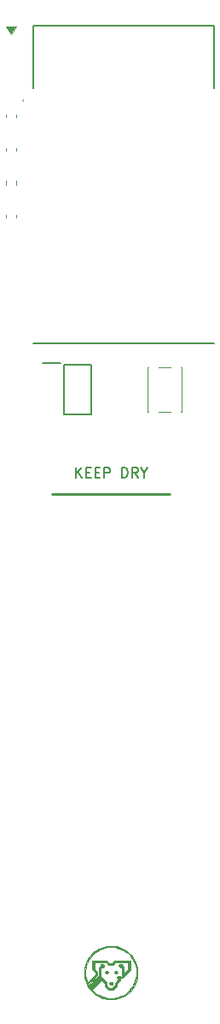
<source format=gbr>
%TF.GenerationSoftware,KiCad,Pcbnew,(5.1.9)-1*%
%TF.CreationDate,2021-03-30T21:26:33+02:00*%
%TF.ProjectId,plant,706c616e-742e-46b6-9963-61645f706362,rev?*%
%TF.SameCoordinates,Original*%
%TF.FileFunction,Legend,Top*%
%TF.FilePolarity,Positive*%
%FSLAX46Y46*%
G04 Gerber Fmt 4.6, Leading zero omitted, Abs format (unit mm)*
G04 Created by KiCad (PCBNEW (5.1.9)-1) date 2021-03-30 21:26:33*
%MOMM*%
%LPD*%
G01*
G04 APERTURE LIST*
%ADD10C,0.150000*%
%ADD11C,0.250000*%
%ADD12C,0.100000*%
%ADD13C,0.010000*%
%ADD14C,0.120000*%
%ADD15C,0.200000*%
G04 APERTURE END LIST*
D10*
X159360310Y-105862380D02*
X159360310Y-104862380D01*
X159931738Y-105862380D02*
X159503167Y-105290952D01*
X159931738Y-104862380D02*
X159360310Y-105433809D01*
X160360310Y-105338571D02*
X160693643Y-105338571D01*
X160836500Y-105862380D02*
X160360310Y-105862380D01*
X160360310Y-104862380D01*
X160836500Y-104862380D01*
X161265072Y-105338571D02*
X161598405Y-105338571D01*
X161741262Y-105862380D02*
X161265072Y-105862380D01*
X161265072Y-104862380D01*
X161741262Y-104862380D01*
X162169834Y-105862380D02*
X162169834Y-104862380D01*
X162550786Y-104862380D01*
X162646024Y-104910000D01*
X162693643Y-104957619D01*
X162741262Y-105052857D01*
X162741262Y-105195714D01*
X162693643Y-105290952D01*
X162646024Y-105338571D01*
X162550786Y-105386190D01*
X162169834Y-105386190D01*
X163931738Y-105862380D02*
X163931738Y-104862380D01*
X164169834Y-104862380D01*
X164312691Y-104910000D01*
X164407929Y-105005238D01*
X164455548Y-105100476D01*
X164503167Y-105290952D01*
X164503167Y-105433809D01*
X164455548Y-105624285D01*
X164407929Y-105719523D01*
X164312691Y-105814761D01*
X164169834Y-105862380D01*
X163931738Y-105862380D01*
X165503167Y-105862380D02*
X165169834Y-105386190D01*
X164931738Y-105862380D02*
X164931738Y-104862380D01*
X165312691Y-104862380D01*
X165407929Y-104910000D01*
X165455548Y-104957619D01*
X165503167Y-105052857D01*
X165503167Y-105195714D01*
X165455548Y-105290952D01*
X165407929Y-105338571D01*
X165312691Y-105386190D01*
X164931738Y-105386190D01*
X166122215Y-105386190D02*
X166122215Y-105862380D01*
X165788881Y-104862380D02*
X166122215Y-105386190D01*
X166455548Y-104862380D01*
D11*
X168656000Y-107442000D02*
X156972000Y-107442000D01*
D12*
G36*
X152908000Y-61976000D02*
G01*
X152400000Y-61214000D01*
X153416000Y-61214000D01*
X152908000Y-61976000D01*
G37*
X152908000Y-61976000D02*
X152400000Y-61214000D01*
X153416000Y-61214000D01*
X152908000Y-61976000D01*
D13*
%TO.C,G\u002A\u002A\u002A*%
G36*
X163366615Y-154649943D02*
G01*
X163412394Y-154685036D01*
X163435708Y-154719568D01*
X163454237Y-154773582D01*
X163448277Y-154821169D01*
X163416977Y-154867517D01*
X163410232Y-154874494D01*
X163376550Y-154903702D01*
X163344592Y-154916920D01*
X163302256Y-154919947D01*
X163257186Y-154916300D01*
X163224798Y-154901906D01*
X163200656Y-154880870D01*
X163167359Y-154831463D01*
X163159436Y-154777851D01*
X163176765Y-154723867D01*
X163207032Y-154684663D01*
X163258649Y-154648950D01*
X163313605Y-154637645D01*
X163366615Y-154649943D01*
G37*
X163366615Y-154649943D02*
X163412394Y-154685036D01*
X163435708Y-154719568D01*
X163454237Y-154773582D01*
X163448277Y-154821169D01*
X163416977Y-154867517D01*
X163410232Y-154874494D01*
X163376550Y-154903702D01*
X163344592Y-154916920D01*
X163302256Y-154919947D01*
X163257186Y-154916300D01*
X163224798Y-154901906D01*
X163200656Y-154880870D01*
X163167359Y-154831463D01*
X163159436Y-154777851D01*
X163176765Y-154723867D01*
X163207032Y-154684663D01*
X163258649Y-154648950D01*
X163313605Y-154637645D01*
X163366615Y-154649943D01*
G36*
X162403584Y-154631816D02*
G01*
X162449061Y-154660134D01*
X162467994Y-154677743D01*
X162499687Y-154713006D01*
X162515229Y-154743002D01*
X162519827Y-154778546D01*
X162519895Y-154785569D01*
X162513919Y-154843191D01*
X162493650Y-154883073D01*
X162455579Y-154911940D01*
X162453320Y-154913124D01*
X162391979Y-154932642D01*
X162331546Y-154930195D01*
X162279102Y-154906493D01*
X162264867Y-154894239D01*
X162232465Y-154844811D01*
X162221852Y-154788368D01*
X162231882Y-154731637D01*
X162261408Y-154681344D01*
X162307322Y-154645211D01*
X162358300Y-154627239D01*
X162403584Y-154631816D01*
G37*
X162403584Y-154631816D02*
X162449061Y-154660134D01*
X162467994Y-154677743D01*
X162499687Y-154713006D01*
X162515229Y-154743002D01*
X162519827Y-154778546D01*
X162519895Y-154785569D01*
X162513919Y-154843191D01*
X162493650Y-154883073D01*
X162455579Y-154911940D01*
X162453320Y-154913124D01*
X162391979Y-154932642D01*
X162331546Y-154930195D01*
X162279102Y-154906493D01*
X162264867Y-154894239D01*
X162232465Y-154844811D01*
X162221852Y-154788368D01*
X162231882Y-154731637D01*
X162261408Y-154681344D01*
X162307322Y-154645211D01*
X162358300Y-154627239D01*
X162403584Y-154631816D01*
G36*
X162877050Y-155723256D02*
G01*
X162908936Y-155728656D01*
X162931927Y-155740930D01*
X162951868Y-155759547D01*
X162976950Y-155793650D01*
X162986904Y-155833423D01*
X162987790Y-155857097D01*
X162984904Y-155896654D01*
X162972658Y-155926462D01*
X162945665Y-155958157D01*
X162937095Y-155966655D01*
X162902079Y-155997195D01*
X162871477Y-156011903D01*
X162833356Y-156016104D01*
X162826176Y-156016158D01*
X162786548Y-156013290D01*
X162756744Y-156001096D01*
X162725109Y-155974193D01*
X162716450Y-155965462D01*
X162685789Y-155930215D01*
X162671074Y-155899380D01*
X162666978Y-155861170D01*
X162666948Y-155855904D01*
X162672057Y-155808848D01*
X162690846Y-155773216D01*
X162702870Y-155759547D01*
X162725395Y-155739005D01*
X162748983Y-155727698D01*
X162782535Y-155722943D01*
X162827369Y-155722052D01*
X162877050Y-155723256D01*
G37*
X162877050Y-155723256D02*
X162908936Y-155728656D01*
X162931927Y-155740930D01*
X162951868Y-155759547D01*
X162976950Y-155793650D01*
X162986904Y-155833423D01*
X162987790Y-155857097D01*
X162984904Y-155896654D01*
X162972658Y-155926462D01*
X162945665Y-155958157D01*
X162937095Y-155966655D01*
X162902079Y-155997195D01*
X162871477Y-156011903D01*
X162833356Y-156016104D01*
X162826176Y-156016158D01*
X162786548Y-156013290D01*
X162756744Y-156001096D01*
X162725109Y-155974193D01*
X162716450Y-155965462D01*
X162685789Y-155930215D01*
X162671074Y-155899380D01*
X162666978Y-155861170D01*
X162666948Y-155855904D01*
X162672057Y-155808848D01*
X162690846Y-155773216D01*
X162702870Y-155759547D01*
X162725395Y-155739005D01*
X162748983Y-155727698D01*
X162782535Y-155722943D01*
X162827369Y-155722052D01*
X162877050Y-155723256D01*
G36*
X162938235Y-152154788D02*
G01*
X163047801Y-152160627D01*
X163143032Y-152169638D01*
X163169159Y-152173177D01*
X163434865Y-152225937D01*
X163691727Y-152303710D01*
X163938542Y-152405887D01*
X164174103Y-152531860D01*
X164397209Y-152681019D01*
X164606654Y-152852755D01*
X164712901Y-152953914D01*
X164892388Y-153152085D01*
X165048655Y-153363505D01*
X165181645Y-153588069D01*
X165291303Y-153825673D01*
X165377572Y-154076215D01*
X165428107Y-154278263D01*
X165447511Y-154393732D01*
X165461730Y-154527888D01*
X165470526Y-154673144D01*
X165473664Y-154821914D01*
X165470904Y-154966608D01*
X165462011Y-155099640D01*
X165455575Y-155156501D01*
X165407773Y-155420371D01*
X165335607Y-155674296D01*
X165239980Y-155917023D01*
X165121794Y-156147297D01*
X164981951Y-156363866D01*
X164821354Y-156565475D01*
X164640906Y-156750871D01*
X164441508Y-156918800D01*
X164224063Y-157068009D01*
X163989474Y-157197243D01*
X163985110Y-157199374D01*
X163744554Y-157304450D01*
X163505651Y-157383900D01*
X163265171Y-157438383D01*
X163019888Y-157468561D01*
X162766573Y-157475095D01*
X162658135Y-157471010D01*
X162405600Y-157443861D01*
X162156821Y-157391329D01*
X161913903Y-157314690D01*
X161678949Y-157215220D01*
X161454061Y-157094196D01*
X161241342Y-156952895D01*
X161042896Y-156792592D01*
X160860826Y-156614564D01*
X160697235Y-156420087D01*
X160554226Y-156210438D01*
X160538822Y-156184786D01*
X160420689Y-155960191D01*
X160321964Y-155718897D01*
X160243691Y-155463632D01*
X160211713Y-155327684D01*
X160200145Y-155271495D01*
X160191273Y-155222751D01*
X160184734Y-155176509D01*
X160180165Y-155127831D01*
X160177201Y-155071776D01*
X160175478Y-155003402D01*
X160174634Y-154917771D01*
X160174368Y-154834136D01*
X160292479Y-154834136D01*
X160308717Y-155088609D01*
X160350529Y-155343129D01*
X160418000Y-155596152D01*
X160473967Y-155754732D01*
X160489211Y-155794096D01*
X160889606Y-155393868D01*
X161290000Y-154993641D01*
X161290000Y-154819248D01*
X161136263Y-154665947D01*
X160982527Y-154512646D01*
X160982527Y-153596473D01*
X162420160Y-153596473D01*
X162673104Y-153850473D01*
X162954926Y-153850473D01*
X163074685Y-153730158D01*
X163194443Y-153609842D01*
X164739053Y-153609842D01*
X164738793Y-154081079D01*
X164738532Y-154552316D01*
X163997286Y-155318422D01*
X163957090Y-155302025D01*
X163916895Y-155285628D01*
X163913374Y-154825938D01*
X163909853Y-154366247D01*
X163874110Y-154328939D01*
X163843711Y-154303834D01*
X163808958Y-154293166D01*
X163777368Y-154291581D01*
X163709100Y-154281398D01*
X163656657Y-154253814D01*
X163620192Y-154213089D01*
X163599857Y-154163484D01*
X163596981Y-154124996D01*
X163729704Y-154124996D01*
X163743123Y-154151958D01*
X163768861Y-154168630D01*
X163799723Y-154170487D01*
X163828514Y-154153003D01*
X163829856Y-154151436D01*
X163840015Y-154122528D01*
X163834452Y-154089912D01*
X163816310Y-154065830D01*
X163806752Y-154061457D01*
X163767803Y-154061336D01*
X163739859Y-154085327D01*
X163735798Y-154092270D01*
X163729704Y-154124996D01*
X163596981Y-154124996D01*
X163595805Y-154109260D01*
X163608189Y-154054677D01*
X163637161Y-154003996D01*
X163682873Y-153961476D01*
X163745479Y-153931380D01*
X163764281Y-153926178D01*
X163810727Y-153927482D01*
X163861111Y-153948457D01*
X163907990Y-153984583D01*
X163943917Y-154031340D01*
X163946974Y-154037122D01*
X163964933Y-154079591D01*
X163975688Y-154118263D01*
X163977053Y-154131203D01*
X163987160Y-154163319D01*
X164018455Y-154204993D01*
X164043895Y-154231473D01*
X164110737Y-154297310D01*
X164111391Y-154611971D01*
X164112046Y-154926631D01*
X164325286Y-154707413D01*
X164538527Y-154488195D01*
X164538527Y-153797000D01*
X163274653Y-153797000D01*
X163154895Y-153917316D01*
X163035137Y-154037631D01*
X162592864Y-154037631D01*
X162473106Y-153917316D01*
X162353347Y-153797000D01*
X161169685Y-153797000D01*
X161169685Y-154432436D01*
X161323421Y-154585737D01*
X161477158Y-154739037D01*
X161477158Y-155073539D01*
X160577266Y-155973723D01*
X160594176Y-156014550D01*
X160602395Y-156034617D01*
X160610172Y-156050666D01*
X160619113Y-156061474D01*
X160630826Y-156065816D01*
X160646917Y-156062467D01*
X160668993Y-156050204D01*
X160698662Y-156027802D01*
X160737529Y-155994036D01*
X160787201Y-155947684D01*
X160849285Y-155887520D01*
X160925389Y-155812321D01*
X161017118Y-155720861D01*
X161126080Y-155611918D01*
X161137158Y-155600842D01*
X161624211Y-155113927D01*
X161624211Y-154310771D01*
X161696180Y-154239696D01*
X161734376Y-154200015D01*
X161756392Y-154170431D01*
X161766477Y-154143793D01*
X161768562Y-154120712D01*
X161904866Y-154120712D01*
X161907741Y-154151675D01*
X161913860Y-154162403D01*
X161938349Y-154171153D01*
X161970896Y-154167378D01*
X161997032Y-154152958D01*
X161998383Y-154151436D01*
X162010922Y-154120009D01*
X162003191Y-154089646D01*
X161981012Y-154067241D01*
X161950206Y-154059689D01*
X161926899Y-154066780D01*
X161911890Y-154087740D01*
X161904866Y-154120712D01*
X161768562Y-154120712D01*
X161768855Y-154117477D01*
X161780691Y-154049314D01*
X161810977Y-153995405D01*
X161854984Y-153956676D01*
X161907982Y-153934055D01*
X161965244Y-153928468D01*
X162022040Y-153940841D01*
X162073640Y-153972103D01*
X162115316Y-154023180D01*
X162127250Y-154047228D01*
X162142737Y-154113084D01*
X162134510Y-154174678D01*
X162105591Y-154227668D01*
X162059003Y-154267709D01*
X161997769Y-154290458D01*
X161955519Y-154294005D01*
X161919146Y-154297377D01*
X161889727Y-154312359D01*
X161857939Y-154342593D01*
X161812092Y-154391894D01*
X161811730Y-154793010D01*
X161811369Y-155194125D01*
X161277499Y-155727870D01*
X160743629Y-156261614D01*
X160815421Y-156362754D01*
X161360149Y-155818579D01*
X161904877Y-155274403D01*
X162158912Y-155528175D01*
X162412948Y-155781946D01*
X162412948Y-156089182D01*
X162536342Y-156213091D01*
X162659735Y-156337000D01*
X162968215Y-156337000D01*
X163105002Y-156199745D01*
X163241790Y-156062491D01*
X163241790Y-155795101D01*
X163382158Y-155655210D01*
X163433432Y-155602459D01*
X163475835Y-155555624D01*
X163506207Y-155518423D01*
X163521387Y-155494572D01*
X163522527Y-155490109D01*
X163514095Y-155465052D01*
X163492909Y-155432021D01*
X163482615Y-155419440D01*
X163443260Y-155357910D01*
X163434969Y-155317216D01*
X163568281Y-155317216D01*
X163569476Y-155321505D01*
X163587785Y-155342109D01*
X163617933Y-155348449D01*
X163649181Y-155340579D01*
X163669579Y-155321000D01*
X163676028Y-155285982D01*
X163661435Y-155256518D01*
X163630895Y-155241343D01*
X163622790Y-155240789D01*
X163590473Y-155252289D01*
X163570317Y-155280773D01*
X163568281Y-155317216D01*
X163434969Y-155317216D01*
X163430310Y-155294351D01*
X163443724Y-155230690D01*
X163483466Y-155168858D01*
X163487711Y-155164125D01*
X163518290Y-155134861D01*
X163548550Y-155119178D01*
X163590414Y-155111603D01*
X163605071Y-155110252D01*
X163649717Y-155108113D01*
X163679646Y-155113344D01*
X163706606Y-155129510D01*
X163728100Y-155147566D01*
X163771240Y-155190134D01*
X163795362Y-155228516D01*
X163804924Y-155271326D01*
X163805634Y-155297367D01*
X163793090Y-155359976D01*
X163760557Y-155414486D01*
X163734148Y-155438731D01*
X163717156Y-155461066D01*
X163710151Y-155500143D01*
X163709685Y-155519181D01*
X163709086Y-155544106D01*
X163705388Y-155564878D01*
X163695739Y-155585616D01*
X163677289Y-155610443D01*
X163647185Y-155643480D01*
X163602575Y-155688848D01*
X163569316Y-155722052D01*
X163428948Y-155861943D01*
X163428948Y-156142823D01*
X163238621Y-156333490D01*
X163048293Y-156524158D01*
X162579681Y-156524158D01*
X162402736Y-156346847D01*
X162225790Y-156169536D01*
X162225790Y-155862003D01*
X162065276Y-155701907D01*
X161904761Y-155541811D01*
X161420491Y-156026082D01*
X160936220Y-156510353D01*
X161009505Y-156585197D01*
X161185453Y-156746744D01*
X161380355Y-156892648D01*
X161590430Y-157020989D01*
X161811900Y-157129848D01*
X162040986Y-157217304D01*
X162273907Y-157281437D01*
X162439685Y-157311782D01*
X162493431Y-157319625D01*
X162540719Y-157326745D01*
X162571910Y-157331690D01*
X162573369Y-157331939D01*
X162596471Y-157333457D01*
X162641756Y-157334384D01*
X162704675Y-157334702D01*
X162780680Y-157334395D01*
X162865222Y-157333446D01*
X162887527Y-157333100D01*
X162989944Y-157330992D01*
X163071533Y-157328081D01*
X163138198Y-157323851D01*
X163195845Y-157317783D01*
X163250381Y-157309359D01*
X163307711Y-157298060D01*
X163322000Y-157294982D01*
X163502498Y-157249895D01*
X163669109Y-157195344D01*
X163834169Y-157127095D01*
X163896842Y-157097753D01*
X164124607Y-156973514D01*
X164338569Y-156827176D01*
X164536335Y-156660537D01*
X164695860Y-156497646D01*
X164861649Y-156293041D01*
X165003374Y-156077988D01*
X165120911Y-155853945D01*
X165214132Y-155622373D01*
X165282912Y-155384730D01*
X165327127Y-155142477D01*
X165346651Y-154897073D01*
X165341357Y-154649978D01*
X165311121Y-154402652D01*
X165255817Y-154156554D01*
X165175320Y-153913144D01*
X165069503Y-153673882D01*
X164956286Y-153469473D01*
X164813345Y-153259987D01*
X164650778Y-153068048D01*
X164469888Y-152894562D01*
X164271973Y-152740432D01*
X164058335Y-152606565D01*
X163830274Y-152493864D01*
X163589090Y-152403234D01*
X163336085Y-152335579D01*
X163322000Y-152332574D01*
X163200904Y-152312215D01*
X163062889Y-152297617D01*
X162916094Y-152289037D01*
X162768654Y-152286734D01*
X162628708Y-152290965D01*
X162504393Y-152301990D01*
X162477092Y-152305779D01*
X162213531Y-152358327D01*
X161962162Y-152434250D01*
X161723875Y-152532931D01*
X161499559Y-152653751D01*
X161290104Y-152796091D01*
X161096400Y-152959332D01*
X160919336Y-153142857D01*
X160759803Y-153346046D01*
X160618688Y-153568282D01*
X160591905Y-153616526D01*
X160481554Y-153847599D01*
X160396351Y-154086441D01*
X160336381Y-154331507D01*
X160301728Y-154581254D01*
X160292479Y-154834136D01*
X160174368Y-154834136D01*
X160174321Y-154819684D01*
X160175089Y-154673791D01*
X160177951Y-154554489D01*
X160182910Y-154461715D01*
X160189968Y-154395405D01*
X160191650Y-154385210D01*
X160250439Y-154120211D01*
X160329484Y-153872018D01*
X160429622Y-153639056D01*
X160551691Y-153419753D01*
X160696527Y-153212534D01*
X160864969Y-153015827D01*
X160984086Y-152896112D01*
X161186311Y-152721983D01*
X161404268Y-152568849D01*
X161636035Y-152437623D01*
X161879691Y-152329221D01*
X162133314Y-152244558D01*
X162394982Y-152184548D01*
X162519895Y-152165160D01*
X162605165Y-152157306D01*
X162708753Y-152153027D01*
X162822498Y-152152221D01*
X162938235Y-152154788D01*
G37*
X162938235Y-152154788D02*
X163047801Y-152160627D01*
X163143032Y-152169638D01*
X163169159Y-152173177D01*
X163434865Y-152225937D01*
X163691727Y-152303710D01*
X163938542Y-152405887D01*
X164174103Y-152531860D01*
X164397209Y-152681019D01*
X164606654Y-152852755D01*
X164712901Y-152953914D01*
X164892388Y-153152085D01*
X165048655Y-153363505D01*
X165181645Y-153588069D01*
X165291303Y-153825673D01*
X165377572Y-154076215D01*
X165428107Y-154278263D01*
X165447511Y-154393732D01*
X165461730Y-154527888D01*
X165470526Y-154673144D01*
X165473664Y-154821914D01*
X165470904Y-154966608D01*
X165462011Y-155099640D01*
X165455575Y-155156501D01*
X165407773Y-155420371D01*
X165335607Y-155674296D01*
X165239980Y-155917023D01*
X165121794Y-156147297D01*
X164981951Y-156363866D01*
X164821354Y-156565475D01*
X164640906Y-156750871D01*
X164441508Y-156918800D01*
X164224063Y-157068009D01*
X163989474Y-157197243D01*
X163985110Y-157199374D01*
X163744554Y-157304450D01*
X163505651Y-157383900D01*
X163265171Y-157438383D01*
X163019888Y-157468561D01*
X162766573Y-157475095D01*
X162658135Y-157471010D01*
X162405600Y-157443861D01*
X162156821Y-157391329D01*
X161913903Y-157314690D01*
X161678949Y-157215220D01*
X161454061Y-157094196D01*
X161241342Y-156952895D01*
X161042896Y-156792592D01*
X160860826Y-156614564D01*
X160697235Y-156420087D01*
X160554226Y-156210438D01*
X160538822Y-156184786D01*
X160420689Y-155960191D01*
X160321964Y-155718897D01*
X160243691Y-155463632D01*
X160211713Y-155327684D01*
X160200145Y-155271495D01*
X160191273Y-155222751D01*
X160184734Y-155176509D01*
X160180165Y-155127831D01*
X160177201Y-155071776D01*
X160175478Y-155003402D01*
X160174634Y-154917771D01*
X160174368Y-154834136D01*
X160292479Y-154834136D01*
X160308717Y-155088609D01*
X160350529Y-155343129D01*
X160418000Y-155596152D01*
X160473967Y-155754732D01*
X160489211Y-155794096D01*
X160889606Y-155393868D01*
X161290000Y-154993641D01*
X161290000Y-154819248D01*
X161136263Y-154665947D01*
X160982527Y-154512646D01*
X160982527Y-153596473D01*
X162420160Y-153596473D01*
X162673104Y-153850473D01*
X162954926Y-153850473D01*
X163074685Y-153730158D01*
X163194443Y-153609842D01*
X164739053Y-153609842D01*
X164738793Y-154081079D01*
X164738532Y-154552316D01*
X163997286Y-155318422D01*
X163957090Y-155302025D01*
X163916895Y-155285628D01*
X163913374Y-154825938D01*
X163909853Y-154366247D01*
X163874110Y-154328939D01*
X163843711Y-154303834D01*
X163808958Y-154293166D01*
X163777368Y-154291581D01*
X163709100Y-154281398D01*
X163656657Y-154253814D01*
X163620192Y-154213089D01*
X163599857Y-154163484D01*
X163596981Y-154124996D01*
X163729704Y-154124996D01*
X163743123Y-154151958D01*
X163768861Y-154168630D01*
X163799723Y-154170487D01*
X163828514Y-154153003D01*
X163829856Y-154151436D01*
X163840015Y-154122528D01*
X163834452Y-154089912D01*
X163816310Y-154065830D01*
X163806752Y-154061457D01*
X163767803Y-154061336D01*
X163739859Y-154085327D01*
X163735798Y-154092270D01*
X163729704Y-154124996D01*
X163596981Y-154124996D01*
X163595805Y-154109260D01*
X163608189Y-154054677D01*
X163637161Y-154003996D01*
X163682873Y-153961476D01*
X163745479Y-153931380D01*
X163764281Y-153926178D01*
X163810727Y-153927482D01*
X163861111Y-153948457D01*
X163907990Y-153984583D01*
X163943917Y-154031340D01*
X163946974Y-154037122D01*
X163964933Y-154079591D01*
X163975688Y-154118263D01*
X163977053Y-154131203D01*
X163987160Y-154163319D01*
X164018455Y-154204993D01*
X164043895Y-154231473D01*
X164110737Y-154297310D01*
X164111391Y-154611971D01*
X164112046Y-154926631D01*
X164325286Y-154707413D01*
X164538527Y-154488195D01*
X164538527Y-153797000D01*
X163274653Y-153797000D01*
X163154895Y-153917316D01*
X163035137Y-154037631D01*
X162592864Y-154037631D01*
X162473106Y-153917316D01*
X162353347Y-153797000D01*
X161169685Y-153797000D01*
X161169685Y-154432436D01*
X161323421Y-154585737D01*
X161477158Y-154739037D01*
X161477158Y-155073539D01*
X160577266Y-155973723D01*
X160594176Y-156014550D01*
X160602395Y-156034617D01*
X160610172Y-156050666D01*
X160619113Y-156061474D01*
X160630826Y-156065816D01*
X160646917Y-156062467D01*
X160668993Y-156050204D01*
X160698662Y-156027802D01*
X160737529Y-155994036D01*
X160787201Y-155947684D01*
X160849285Y-155887520D01*
X160925389Y-155812321D01*
X161017118Y-155720861D01*
X161126080Y-155611918D01*
X161137158Y-155600842D01*
X161624211Y-155113927D01*
X161624211Y-154310771D01*
X161696180Y-154239696D01*
X161734376Y-154200015D01*
X161756392Y-154170431D01*
X161766477Y-154143793D01*
X161768562Y-154120712D01*
X161904866Y-154120712D01*
X161907741Y-154151675D01*
X161913860Y-154162403D01*
X161938349Y-154171153D01*
X161970896Y-154167378D01*
X161997032Y-154152958D01*
X161998383Y-154151436D01*
X162010922Y-154120009D01*
X162003191Y-154089646D01*
X161981012Y-154067241D01*
X161950206Y-154059689D01*
X161926899Y-154066780D01*
X161911890Y-154087740D01*
X161904866Y-154120712D01*
X161768562Y-154120712D01*
X161768855Y-154117477D01*
X161780691Y-154049314D01*
X161810977Y-153995405D01*
X161854984Y-153956676D01*
X161907982Y-153934055D01*
X161965244Y-153928468D01*
X162022040Y-153940841D01*
X162073640Y-153972103D01*
X162115316Y-154023180D01*
X162127250Y-154047228D01*
X162142737Y-154113084D01*
X162134510Y-154174678D01*
X162105591Y-154227668D01*
X162059003Y-154267709D01*
X161997769Y-154290458D01*
X161955519Y-154294005D01*
X161919146Y-154297377D01*
X161889727Y-154312359D01*
X161857939Y-154342593D01*
X161812092Y-154391894D01*
X161811730Y-154793010D01*
X161811369Y-155194125D01*
X161277499Y-155727870D01*
X160743629Y-156261614D01*
X160815421Y-156362754D01*
X161360149Y-155818579D01*
X161904877Y-155274403D01*
X162158912Y-155528175D01*
X162412948Y-155781946D01*
X162412948Y-156089182D01*
X162536342Y-156213091D01*
X162659735Y-156337000D01*
X162968215Y-156337000D01*
X163105002Y-156199745D01*
X163241790Y-156062491D01*
X163241790Y-155795101D01*
X163382158Y-155655210D01*
X163433432Y-155602459D01*
X163475835Y-155555624D01*
X163506207Y-155518423D01*
X163521387Y-155494572D01*
X163522527Y-155490109D01*
X163514095Y-155465052D01*
X163492909Y-155432021D01*
X163482615Y-155419440D01*
X163443260Y-155357910D01*
X163434969Y-155317216D01*
X163568281Y-155317216D01*
X163569476Y-155321505D01*
X163587785Y-155342109D01*
X163617933Y-155348449D01*
X163649181Y-155340579D01*
X163669579Y-155321000D01*
X163676028Y-155285982D01*
X163661435Y-155256518D01*
X163630895Y-155241343D01*
X163622790Y-155240789D01*
X163590473Y-155252289D01*
X163570317Y-155280773D01*
X163568281Y-155317216D01*
X163434969Y-155317216D01*
X163430310Y-155294351D01*
X163443724Y-155230690D01*
X163483466Y-155168858D01*
X163487711Y-155164125D01*
X163518290Y-155134861D01*
X163548550Y-155119178D01*
X163590414Y-155111603D01*
X163605071Y-155110252D01*
X163649717Y-155108113D01*
X163679646Y-155113344D01*
X163706606Y-155129510D01*
X163728100Y-155147566D01*
X163771240Y-155190134D01*
X163795362Y-155228516D01*
X163804924Y-155271326D01*
X163805634Y-155297367D01*
X163793090Y-155359976D01*
X163760557Y-155414486D01*
X163734148Y-155438731D01*
X163717156Y-155461066D01*
X163710151Y-155500143D01*
X163709685Y-155519181D01*
X163709086Y-155544106D01*
X163705388Y-155564878D01*
X163695739Y-155585616D01*
X163677289Y-155610443D01*
X163647185Y-155643480D01*
X163602575Y-155688848D01*
X163569316Y-155722052D01*
X163428948Y-155861943D01*
X163428948Y-156142823D01*
X163238621Y-156333490D01*
X163048293Y-156524158D01*
X162579681Y-156524158D01*
X162402736Y-156346847D01*
X162225790Y-156169536D01*
X162225790Y-155862003D01*
X162065276Y-155701907D01*
X161904761Y-155541811D01*
X161420491Y-156026082D01*
X160936220Y-156510353D01*
X161009505Y-156585197D01*
X161185453Y-156746744D01*
X161380355Y-156892648D01*
X161590430Y-157020989D01*
X161811900Y-157129848D01*
X162040986Y-157217304D01*
X162273907Y-157281437D01*
X162439685Y-157311782D01*
X162493431Y-157319625D01*
X162540719Y-157326745D01*
X162571910Y-157331690D01*
X162573369Y-157331939D01*
X162596471Y-157333457D01*
X162641756Y-157334384D01*
X162704675Y-157334702D01*
X162780680Y-157334395D01*
X162865222Y-157333446D01*
X162887527Y-157333100D01*
X162989944Y-157330992D01*
X163071533Y-157328081D01*
X163138198Y-157323851D01*
X163195845Y-157317783D01*
X163250381Y-157309359D01*
X163307711Y-157298060D01*
X163322000Y-157294982D01*
X163502498Y-157249895D01*
X163669109Y-157195344D01*
X163834169Y-157127095D01*
X163896842Y-157097753D01*
X164124607Y-156973514D01*
X164338569Y-156827176D01*
X164536335Y-156660537D01*
X164695860Y-156497646D01*
X164861649Y-156293041D01*
X165003374Y-156077988D01*
X165120911Y-155853945D01*
X165214132Y-155622373D01*
X165282912Y-155384730D01*
X165327127Y-155142477D01*
X165346651Y-154897073D01*
X165341357Y-154649978D01*
X165311121Y-154402652D01*
X165255817Y-154156554D01*
X165175320Y-153913144D01*
X165069503Y-153673882D01*
X164956286Y-153469473D01*
X164813345Y-153259987D01*
X164650778Y-153068048D01*
X164469888Y-152894562D01*
X164271973Y-152740432D01*
X164058335Y-152606565D01*
X163830274Y-152493864D01*
X163589090Y-152403234D01*
X163336085Y-152335579D01*
X163322000Y-152332574D01*
X163200904Y-152312215D01*
X163062889Y-152297617D01*
X162916094Y-152289037D01*
X162768654Y-152286734D01*
X162628708Y-152290965D01*
X162504393Y-152301990D01*
X162477092Y-152305779D01*
X162213531Y-152358327D01*
X161962162Y-152434250D01*
X161723875Y-152532931D01*
X161499559Y-152653751D01*
X161290104Y-152796091D01*
X161096400Y-152959332D01*
X160919336Y-153142857D01*
X160759803Y-153346046D01*
X160618688Y-153568282D01*
X160591905Y-153616526D01*
X160481554Y-153847599D01*
X160396351Y-154086441D01*
X160336381Y-154331507D01*
X160301728Y-154581254D01*
X160292479Y-154834136D01*
X160174368Y-154834136D01*
X160174321Y-154819684D01*
X160175089Y-154673791D01*
X160177951Y-154554489D01*
X160182910Y-154461715D01*
X160189968Y-154395405D01*
X160191650Y-154385210D01*
X160250439Y-154120211D01*
X160329484Y-153872018D01*
X160429622Y-153639056D01*
X160551691Y-153419753D01*
X160696527Y-153212534D01*
X160864969Y-153015827D01*
X160984086Y-152896112D01*
X161186311Y-152721983D01*
X161404268Y-152568849D01*
X161636035Y-152437623D01*
X161879691Y-152329221D01*
X162133314Y-152244558D01*
X162394982Y-152184548D01*
X162519895Y-152165160D01*
X162605165Y-152157306D01*
X162708753Y-152153027D01*
X162822498Y-152152221D01*
X162938235Y-152154788D01*
D14*
%TO.C,SW1*%
X169728000Y-99355000D02*
X169848000Y-99355000D01*
X167578000Y-99355000D02*
X168718000Y-99355000D01*
X166448000Y-99355000D02*
X166568000Y-99355000D01*
X166448000Y-94955000D02*
X166448000Y-99355000D01*
X166568000Y-94955000D02*
X166448000Y-94955000D01*
X168718000Y-94955000D02*
X167578000Y-94955000D01*
X169848000Y-94955000D02*
X169728000Y-94955000D01*
X169848000Y-99355000D02*
X169848000Y-94955000D01*
D15*
%TO.C,IC2*%
X158162000Y-94737000D02*
X160862000Y-94737000D01*
X160862000Y-94737000D02*
X160862000Y-99637000D01*
X160862000Y-99637000D02*
X158162000Y-99637000D01*
X158162000Y-99637000D02*
X158162000Y-94737000D01*
X156062000Y-94487000D02*
X157812000Y-94487000D01*
%TO.C,IC1*%
X155084000Y-92540000D02*
X173084000Y-92540000D01*
X155084000Y-67340000D02*
X155084000Y-61140000D01*
X155084000Y-61140000D02*
X173084000Y-61140000D01*
X173084000Y-61140000D02*
X173084000Y-67340000D01*
D12*
X154084000Y-68580000D02*
X154084000Y-68580000D01*
X154084000Y-68480000D02*
X154084000Y-68480000D01*
X154084000Y-68580000D02*
G75*
G02*
X154084000Y-68480000I0J50000D01*
G01*
X154084000Y-68480000D02*
G75*
G02*
X154084000Y-68580000I0J-50000D01*
G01*
D14*
%TO.C,R1*%
X153430500Y-76470742D02*
X153430500Y-76945258D01*
X152385500Y-76470742D02*
X152385500Y-76945258D01*
%TO.C,C3*%
X152398000Y-73546580D02*
X152398000Y-73265420D01*
X153418000Y-73546580D02*
X153418000Y-73265420D01*
%TO.C,C2*%
X153418000Y-69963420D02*
X153418000Y-70244580D01*
X152398000Y-69963420D02*
X152398000Y-70244580D01*
%TO.C,C1*%
X152398000Y-80150580D02*
X152398000Y-79869420D01*
X153418000Y-80150580D02*
X153418000Y-79869420D01*
%TD*%
M02*

</source>
